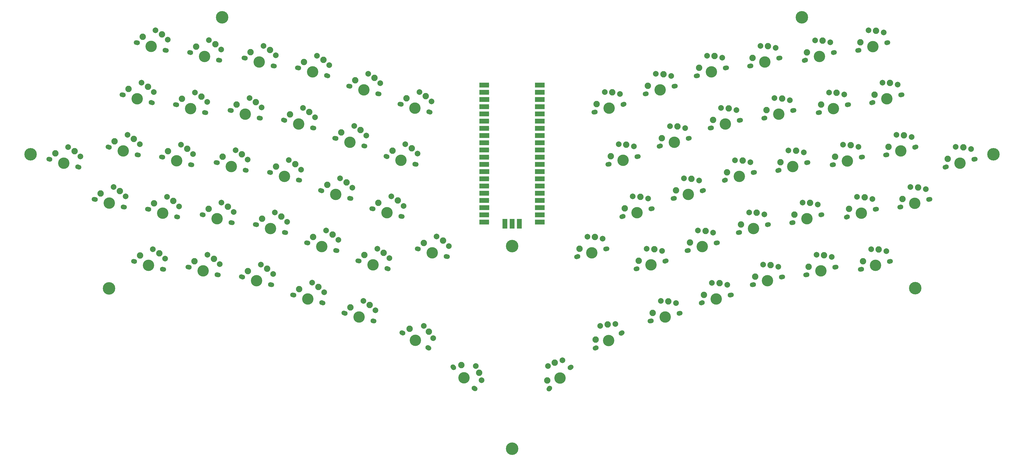
<source format=gts>
G04 #@! TF.GenerationSoftware,KiCad,Pcbnew,8.0.2*
G04 #@! TF.CreationDate,2024-05-23T23:16:29+01:00*
G04 #@! TF.ProjectId,Phoenixia3,50686f65-6e69-4786-9961-332e6b696361,1*
G04 #@! TF.SameCoordinates,Original*
G04 #@! TF.FileFunction,Soldermask,Top*
G04 #@! TF.FilePolarity,Negative*
%FSLAX46Y46*%
G04 Gerber Fmt 4.6, Leading zero omitted, Abs format (unit mm)*
G04 Created by KiCad (PCBNEW 8.0.2) date 2024-05-23 23:16:29*
%MOMM*%
%LPD*%
G01*
G04 APERTURE LIST*
G04 Aperture macros list*
%AMHorizOval*
0 Thick line with rounded ends*
0 $1 width*
0 $2 $3 position (X,Y) of the first rounded end (center of the circle)*
0 $4 $5 position (X,Y) of the second rounded end (center of the circle)*
0 Add line between two ends*
20,1,$1,$2,$3,$4,$5,0*
0 Add two circle primitives to create the rounded ends*
1,1,$1,$2,$3*
1,1,$1,$4,$5*%
G04 Aperture macros list end*
%ADD10C,1.700000*%
%ADD11C,1.750000*%
%ADD12C,4.000000*%
%ADD13C,2.250000*%
%ADD14C,2.000000*%
%ADD15HorizOval,2.250000X0.000000X0.000000X0.000000X0.000000X0*%
%ADD16HorizOval,2.250000X0.000000X0.000000X0.000000X0.000000X0*%
%ADD17C,4.400000*%
%ADD18HorizOval,2.250000X0.000000X0.000000X0.000000X0.000000X0*%
%ADD19HorizOval,2.250000X0.000000X0.000000X0.000000X0.000000X0*%
%ADD20O,1.700000X1.700000*%
%ADD21R,3.500000X1.700000*%
%ADD22R,1.700000X1.700000*%
%ADD23R,1.700000X3.500000*%
%ADD24HorizOval,2.250000X0.000000X0.000000X0.000000X0.000000X0*%
%ADD25HorizOval,2.250000X0.000000X0.000000X0.000000X0.000000X0*%
G04 APERTURE END LIST*
D10*
X221665266Y-188306836D03*
D11*
X222070957Y-188198132D03*
D12*
X226977856Y-186883332D03*
D11*
X231884763Y-185568530D03*
D10*
X232290444Y-185459828D03*
D13*
X228116509Y-181319028D03*
D14*
X230823973Y-181918721D03*
D15*
X222640281Y-185415982D03*
D14*
X225450827Y-181184370D03*
D10*
X70677792Y-171475402D03*
D11*
X71083482Y-171584107D03*
D12*
X75990382Y-172898906D03*
D11*
X80897289Y-174213708D03*
D10*
X81302969Y-174322411D03*
D13*
X79758636Y-168649404D03*
D14*
X81803523Y-170522485D03*
D16*
X72967606Y-169459354D03*
D14*
X77517417Y-167199945D03*
D10*
X316530931Y-174324361D03*
D11*
X316936622Y-174215657D03*
D12*
X321843521Y-172900857D03*
D11*
X326750428Y-171586055D03*
D10*
X327156109Y-171477353D03*
D13*
X322982174Y-167336553D03*
D14*
X325689638Y-167936246D03*
D15*
X317505946Y-171433507D03*
D14*
X320316492Y-167201895D03*
D10*
X232674780Y-155758612D03*
D11*
X233080471Y-155649908D03*
D12*
X237987370Y-154335108D03*
D11*
X242894277Y-153020306D03*
D10*
X243299958Y-152911604D03*
D13*
X239126023Y-148770804D03*
D14*
X241833487Y-149370497D03*
D15*
X233649795Y-152867758D03*
D14*
X236460341Y-148636146D03*
D10*
X306669920Y-137522591D03*
D11*
X307075611Y-137413887D03*
D12*
X311982510Y-136099087D03*
D11*
X316889417Y-134784285D03*
D10*
X317295098Y-134675583D03*
D13*
X313121163Y-130534783D03*
D14*
X315828627Y-131134476D03*
D15*
X307644935Y-134631737D03*
D14*
X310455481Y-130400125D03*
D10*
X302271665Y-194711604D03*
D11*
X302677356Y-194602900D03*
D12*
X307584255Y-193288100D03*
D11*
X312491162Y-191973298D03*
D10*
X312896843Y-191864596D03*
D13*
X308722908Y-187723796D03*
D14*
X311430372Y-188323489D03*
D15*
X303246680Y-191820750D03*
D14*
X306057226Y-187589138D03*
D10*
X75608297Y-153074506D03*
D11*
X76013987Y-153183211D03*
D12*
X80920887Y-154498010D03*
D11*
X85827794Y-155812812D03*
D10*
X86233474Y-155921515D03*
D13*
X84689141Y-150248508D03*
D14*
X86734028Y-152121589D03*
D16*
X77898111Y-151058458D03*
D14*
X82447922Y-148799049D03*
D10*
X61749354Y-131193263D03*
D11*
X62155043Y-131301968D03*
D12*
X67061944Y-132616767D03*
D11*
X71968851Y-133931569D03*
D10*
X72374534Y-134040272D03*
D13*
X70830198Y-128367265D03*
D14*
X72875084Y-130240346D03*
D16*
X64039168Y-129177217D03*
D14*
X68588979Y-126917806D03*
D10*
X94816906Y-155039626D03*
D11*
X95222596Y-155148331D03*
D12*
X100129496Y-156463130D03*
D11*
X105036403Y-157777932D03*
D10*
X105442083Y-157886635D03*
D13*
X103897750Y-152213628D03*
D14*
X105942637Y-154086709D03*
D16*
X97106720Y-153023578D03*
D14*
X101656531Y-150764169D03*
D10*
X66689276Y-112781748D03*
D11*
X67094965Y-112890453D03*
D12*
X72001866Y-114205252D03*
D11*
X76908773Y-115520054D03*
D10*
X77314456Y-115628757D03*
D13*
X75770120Y-109955750D03*
D14*
X77815006Y-111828831D03*
D16*
X68979090Y-110765703D03*
D14*
X73528901Y-108506291D03*
D10*
X320528875Y-115641340D03*
D11*
X320934566Y-115532636D03*
D12*
X325841465Y-114217836D03*
D11*
X330748372Y-112903034D03*
D10*
X331154055Y-112794330D03*
D13*
X326980118Y-108653532D03*
D14*
X329687582Y-109253225D03*
D15*
X321503890Y-112750486D03*
D14*
X324314436Y-108518874D03*
D10*
X103732388Y-195321067D03*
D11*
X104138078Y-195429772D03*
D12*
X109044978Y-196744571D03*
D11*
X113951885Y-198059373D03*
D10*
X114357565Y-198168076D03*
D13*
X112813232Y-192495069D03*
D14*
X114858119Y-194368150D03*
D16*
X106022202Y-193305019D03*
D14*
X110572013Y-191045610D03*
D10*
X131609260Y-164911253D03*
D11*
X132014950Y-165019958D03*
D12*
X136921850Y-166334757D03*
D11*
X141828757Y-167649559D03*
D10*
X142234437Y-167758262D03*
D13*
X140690104Y-162085255D03*
D14*
X142734991Y-163958336D03*
D16*
X133899074Y-162895205D03*
D14*
X138448885Y-160635796D03*
D10*
X227744280Y-137357735D03*
D11*
X228149971Y-137249031D03*
D12*
X233056870Y-135934231D03*
D11*
X237963777Y-134619429D03*
D10*
X238369460Y-134510725D03*
D13*
X234195523Y-130369927D03*
D14*
X236902987Y-130969620D03*
D15*
X228719295Y-134466881D03*
D14*
X231529841Y-130235269D03*
D10*
X301736579Y-119135615D03*
D11*
X302142270Y-119026911D03*
D12*
X307049169Y-117712111D03*
D11*
X311956076Y-116397309D03*
D10*
X312361759Y-116288605D03*
D13*
X308187822Y-112147807D03*
D14*
X310895286Y-112747500D03*
D15*
X302711594Y-116244761D03*
D14*
X305522140Y-112013149D03*
D17*
X57148552Y-199385917D03*
D10*
X325459380Y-134042227D03*
D11*
X325865071Y-133933523D03*
D12*
X330771970Y-132618723D03*
D11*
X335678877Y-131303921D03*
D10*
X336084558Y-131195219D03*
D13*
X331910623Y-127054419D03*
D14*
X334618087Y-127654112D03*
D15*
X326434395Y-131151373D03*
D14*
X329244941Y-126919761D03*
D10*
X126688173Y-183301510D03*
D11*
X127093863Y-183410215D03*
D12*
X132000763Y-184725014D03*
D11*
X136907670Y-186039816D03*
D10*
X137313350Y-186148519D03*
D13*
X135769017Y-180475512D03*
D14*
X137813904Y-182348593D03*
D16*
X128977987Y-181285462D03*
D14*
X133527798Y-179026053D03*
D10*
X178114834Y-227061220D03*
D11*
X178411820Y-227358206D03*
D12*
X182003920Y-230950306D03*
D11*
X185596025Y-234542411D03*
D10*
X185893004Y-234839392D03*
D13*
X187392075Y-229154256D03*
D14*
X188226460Y-231798834D03*
D18*
X181105895Y-226460180D03*
D14*
X186175852Y-226778378D03*
D10*
X265469893Y-204572618D03*
D11*
X265875584Y-204463914D03*
D12*
X270782483Y-203149114D03*
D11*
X275689390Y-201834312D03*
D10*
X276095071Y-201725610D03*
D13*
X271921136Y-197584810D03*
D14*
X274628600Y-198184503D03*
D15*
X266444908Y-201681764D03*
D14*
X269255454Y-197450152D03*
D10*
X351254307Y-156720759D03*
D11*
X351659998Y-156612055D03*
D12*
X356566897Y-155297255D03*
D11*
X361473804Y-153982453D03*
D10*
X361879485Y-153873751D03*
D13*
X357705550Y-149732951D03*
D14*
X360413014Y-150332644D03*
D15*
X352229322Y-153829905D03*
D14*
X355039868Y-149598293D03*
D10*
X149625127Y-171303197D03*
D11*
X150030817Y-171411902D03*
D12*
X154937717Y-172726701D03*
D11*
X159844624Y-174041503D03*
D10*
X160250304Y-174150206D03*
D13*
X158705971Y-168477199D03*
D14*
X160750858Y-170350280D03*
D16*
X151914941Y-169287149D03*
D14*
X156464752Y-167027740D03*
D10*
X250678382Y-149369957D03*
D11*
X251084073Y-149261253D03*
D12*
X255990972Y-147946453D03*
D11*
X260897879Y-146631651D03*
D10*
X261303560Y-146522949D03*
D13*
X257129625Y-142382149D03*
D14*
X259837089Y-142981842D03*
D15*
X251653397Y-146479103D03*
D14*
X254463943Y-142247491D03*
D10*
X260542239Y-186157819D03*
D11*
X260947930Y-186049115D03*
D12*
X265854829Y-184734315D03*
D11*
X270761736Y-183419513D03*
D10*
X271167417Y-183310811D03*
D13*
X266993482Y-179170011D03*
D14*
X269700946Y-179769704D03*
D15*
X261517254Y-183266965D03*
D14*
X264327800Y-179035353D03*
D10*
X237605282Y-174159503D03*
D11*
X238010973Y-174050799D03*
D12*
X242917872Y-172735999D03*
D11*
X247824779Y-171421197D03*
D10*
X248230460Y-171312495D03*
D13*
X244056525Y-167171695D03*
D14*
X246763989Y-167771388D03*
D15*
X238580297Y-171268649D03*
D14*
X241390843Y-167037037D03*
D10*
X136549182Y-146499741D03*
D11*
X136954872Y-146608446D03*
D12*
X141861772Y-147923245D03*
D11*
X146768679Y-149238047D03*
D10*
X147174359Y-149346750D03*
D13*
X145630026Y-143673743D03*
D14*
X147674913Y-145546824D03*
D16*
X138838996Y-144483693D03*
D14*
X143388807Y-142224284D03*
D10*
X165569278Y-185438682D03*
D11*
X165974968Y-185547387D03*
D12*
X170881868Y-186862186D03*
D11*
X175788775Y-188176988D03*
D10*
X176194455Y-188285691D03*
D13*
X174650122Y-182612684D03*
D14*
X176695009Y-184485765D03*
D16*
X167859092Y-183422634D03*
D14*
X172408903Y-181163225D03*
D10*
X154555633Y-152902316D03*
D11*
X154961323Y-153011021D03*
D12*
X159868223Y-154325820D03*
D11*
X164775130Y-155640622D03*
D10*
X165180810Y-155749325D03*
D13*
X163636477Y-150076318D03*
D14*
X165681364Y-151949399D03*
D16*
X156845447Y-150886268D03*
D14*
X161395258Y-148626859D03*
D10*
X278545835Y-179769152D03*
D11*
X278951526Y-179660448D03*
D12*
X283858425Y-178345648D03*
D11*
X288765332Y-177030846D03*
D10*
X289171013Y-176922144D03*
D13*
X284997078Y-172781344D03*
D14*
X287704542Y-173381037D03*
D15*
X279520850Y-176878298D03*
D14*
X282331396Y-172646686D03*
D10*
X283473494Y-198183953D03*
D11*
X283879185Y-198075249D03*
D12*
X288786084Y-196760449D03*
D11*
X293692991Y-195445647D03*
D10*
X294098672Y-195336945D03*
D13*
X289924737Y-191196145D03*
D14*
X292632201Y-191795838D03*
D15*
X284448509Y-195293099D03*
D14*
X287259055Y-191061487D03*
D10*
X160180914Y-215007624D03*
D11*
X160544646Y-215217625D03*
D12*
X164944052Y-217757623D03*
D11*
X169343464Y-220297625D03*
D10*
X169707187Y-220507622D03*
D13*
X169683758Y-214628215D03*
D14*
X171174178Y-216966728D03*
D19*
X162914496Y-213652920D03*
D14*
X167894054Y-212648075D03*
D10*
X242532947Y-192574305D03*
D11*
X242938638Y-192465601D03*
D12*
X247845537Y-191150801D03*
D11*
X252752444Y-189835999D03*
D10*
X253158125Y-189727297D03*
D13*
X248984190Y-185586497D03*
D14*
X251691654Y-186186190D03*
D15*
X243507962Y-189683451D03*
D14*
X246318508Y-185451839D03*
D10*
X139764124Y-208104974D03*
D11*
X140169814Y-208213679D03*
D12*
X145076714Y-209528478D03*
D11*
X149983621Y-210843280D03*
D10*
X150389301Y-210951983D03*
D13*
X148844968Y-205278976D03*
D14*
X150889855Y-207152057D03*
D16*
X142053938Y-206088926D03*
D14*
X146603749Y-203829517D03*
D10*
X268684835Y-142967383D03*
D11*
X269090526Y-142858679D03*
D12*
X273997425Y-141543879D03*
D11*
X278904332Y-140229077D03*
D10*
X279310013Y-140120375D03*
D13*
X275136078Y-135979575D03*
D14*
X277843542Y-136579268D03*
D15*
X269659850Y-140076529D03*
D14*
X272470396Y-135844917D03*
D10*
X99737994Y-136649356D03*
D11*
X100143684Y-136758061D03*
D12*
X105050584Y-138072860D03*
D11*
X109957491Y-139387662D03*
D10*
X110363171Y-139496365D03*
D13*
X108818838Y-133823358D03*
D14*
X110863725Y-135696439D03*
D16*
X102027808Y-134633308D03*
D14*
X106577619Y-132373899D03*
D10*
X141479686Y-128098857D03*
D11*
X141885376Y-128207562D03*
D12*
X146792276Y-129522361D03*
D11*
X151699183Y-130837163D03*
D10*
X152104867Y-130945863D03*
D13*
X150560530Y-125272859D03*
D14*
X152605416Y-127145940D03*
D16*
X143769500Y-126082811D03*
D14*
X148319311Y-123823400D03*
D10*
X65747291Y-189876281D03*
D11*
X66152981Y-189984986D03*
D12*
X71059881Y-191299785D03*
D11*
X75966788Y-192614587D03*
D10*
X76372468Y-192723290D03*
D13*
X74828135Y-187050283D03*
D14*
X76873022Y-188923364D03*
D16*
X68037105Y-187860233D03*
D14*
X72586916Y-185600824D03*
D10*
X335320388Y-170844005D03*
D11*
X335726079Y-170735301D03*
D12*
X340632978Y-169420501D03*
D11*
X345539885Y-168105699D03*
D10*
X345945566Y-167996997D03*
D13*
X341771631Y-163856197D03*
D14*
X344479095Y-164455890D03*
D15*
X336295403Y-167953151D03*
D14*
X339105949Y-163721539D03*
D17*
X198948552Y-255885917D03*
D10*
X311597579Y-155937384D03*
D11*
X312003270Y-155828680D03*
D12*
X316910169Y-154513880D03*
D11*
X321817076Y-153199078D03*
D10*
X322222757Y-153090376D03*
D13*
X318048822Y-148949576D03*
D14*
X320756286Y-149549269D03*
D15*
X312572594Y-153046530D03*
D14*
X315383140Y-148814918D03*
D10*
X108662889Y-176920188D03*
D11*
X109068579Y-177028893D03*
D12*
X113975479Y-178343692D03*
D11*
X118882386Y-179658494D03*
D10*
X119288066Y-179767197D03*
D13*
X117743733Y-174094190D03*
D14*
X119788620Y-175967271D03*
D16*
X110952703Y-174904140D03*
D14*
X115502514Y-172644731D03*
D10*
X104668490Y-118248475D03*
D11*
X105074180Y-118357180D03*
D12*
X109981080Y-119671979D03*
D11*
X114887987Y-120986781D03*
D10*
X115293671Y-121095481D03*
D13*
X113749334Y-115422477D03*
D14*
X115794220Y-117295558D03*
D16*
X106958304Y-116232429D03*
D14*
X111508115Y-113973018D03*
D10*
X330389879Y-152443119D03*
D11*
X330795570Y-152334415D03*
D12*
X335702469Y-151019615D03*
D11*
X340609376Y-149704813D03*
D10*
X341015057Y-149596111D03*
D13*
X336841122Y-145455311D03*
D14*
X339548586Y-146055004D03*
D15*
X331364894Y-149552265D03*
D14*
X334175440Y-145320653D03*
D10*
X121748257Y-201713025D03*
D11*
X122153947Y-201821730D03*
D12*
X127060847Y-203136529D03*
D11*
X131967754Y-204451331D03*
D10*
X132373434Y-204560034D03*
D13*
X130829101Y-198887027D03*
D14*
X132873988Y-200760108D03*
D16*
X124038071Y-199696977D03*
D14*
X128587882Y-197437568D03*
D10*
X245750727Y-130955156D03*
D11*
X246156418Y-130846452D03*
D12*
X251063317Y-129531652D03*
D11*
X255970224Y-128216850D03*
D10*
X256375907Y-128108146D03*
D13*
X252201970Y-123967348D03*
D14*
X254909434Y-124567041D03*
D15*
X246725742Y-128064302D03*
D14*
X249536288Y-123832690D03*
D10*
X321461441Y-192725249D03*
D11*
X321867132Y-192616545D03*
D12*
X326774031Y-191301745D03*
D11*
X331680938Y-189986943D03*
D10*
X332086619Y-189878241D03*
D13*
X327912684Y-185737441D03*
D14*
X330620148Y-186337134D03*
D15*
X322436456Y-189834395D03*
D14*
X325247002Y-185602783D03*
D17*
X96973552Y-103910917D03*
D10*
X118533322Y-140107790D03*
D11*
X118939012Y-140216495D03*
D12*
X123845912Y-141531294D03*
D11*
X128752819Y-142846096D03*
D10*
X129158499Y-142954799D03*
D13*
X127614166Y-137281792D03*
D14*
X129659053Y-139154873D03*
D16*
X120823136Y-138091742D03*
D14*
X125372947Y-135832333D03*
D20*
X190036779Y-127763219D03*
D21*
X189136779Y-127763219D03*
D20*
X190036780Y-130303218D03*
D21*
X189136780Y-130303218D03*
D22*
X190036781Y-132843219D03*
D21*
X189136781Y-132843219D03*
D20*
X190036778Y-135383218D03*
D21*
X189136778Y-135383218D03*
D20*
X190036779Y-137923217D03*
D21*
X189136779Y-137923217D03*
D20*
X190036779Y-140463220D03*
D21*
X189136779Y-140463220D03*
D20*
X190036778Y-143003219D03*
D21*
X189136778Y-143003219D03*
D22*
X190036778Y-145543221D03*
D21*
X189136778Y-145543221D03*
D20*
X190036779Y-148083219D03*
D21*
X189136779Y-148083219D03*
D20*
X190036780Y-150623219D03*
D21*
X189136780Y-150623219D03*
D20*
X190036780Y-153163219D03*
D21*
X189136780Y-153163219D03*
D20*
X190036779Y-155703219D03*
D21*
X189136779Y-155703219D03*
D22*
X190036780Y-158243218D03*
D21*
X189136780Y-158243218D03*
D20*
X190036779Y-160783220D03*
D21*
X189136779Y-160783220D03*
D20*
X190036780Y-163323220D03*
D21*
X189136780Y-163323220D03*
D20*
X190036778Y-165863219D03*
D21*
X189136778Y-165863219D03*
D20*
X190036779Y-168403219D03*
D21*
X189136779Y-168403219D03*
D22*
X190036779Y-170943218D03*
D21*
X189136779Y-170943218D03*
D20*
X190036780Y-173483219D03*
D21*
X189136780Y-173483219D03*
D20*
X190036779Y-176023219D03*
D21*
X189136779Y-176023219D03*
D20*
X207816779Y-176023219D03*
D21*
X208716779Y-176023219D03*
D20*
X207816778Y-173483220D03*
D21*
X208716778Y-173483220D03*
D22*
X207816777Y-170943219D03*
D21*
X208716777Y-170943219D03*
D20*
X207816780Y-168403220D03*
D21*
X208716780Y-168403220D03*
D20*
X207816779Y-165863221D03*
D21*
X208716779Y-165863221D03*
D20*
X207816779Y-163323218D03*
D21*
X208716779Y-163323218D03*
D20*
X207816780Y-160783219D03*
D21*
X208716780Y-160783219D03*
D22*
X207816780Y-158243217D03*
D21*
X208716780Y-158243217D03*
D20*
X207816779Y-155703219D03*
D21*
X208716779Y-155703219D03*
D20*
X207816778Y-153163219D03*
D21*
X208716778Y-153163219D03*
D20*
X207816778Y-150623219D03*
D21*
X208716778Y-150623219D03*
D20*
X207816779Y-148083219D03*
D21*
X208716779Y-148083219D03*
D22*
X207816778Y-145543220D03*
D21*
X208716778Y-145543220D03*
D20*
X207816779Y-143003218D03*
D21*
X208716779Y-143003218D03*
D20*
X207816778Y-140463218D03*
D21*
X208716778Y-140463218D03*
D20*
X207816780Y-137923219D03*
D21*
X208716780Y-137923219D03*
D20*
X207816779Y-135383219D03*
D21*
X208716779Y-135383219D03*
D22*
X207816779Y-132843220D03*
D21*
X208716779Y-132843220D03*
D20*
X207816778Y-130303219D03*
D21*
X208716778Y-130303219D03*
D20*
X207816779Y-127763219D03*
D21*
X208716779Y-127763219D03*
D20*
X196386777Y-175793220D03*
D23*
X196386777Y-176693220D03*
D22*
X198926779Y-175793219D03*
D23*
X198926779Y-176693219D03*
D20*
X201466777Y-175793220D03*
D23*
X201466777Y-176693220D03*
D10*
X282552506Y-121094154D03*
D11*
X282958197Y-120985450D03*
D12*
X287865096Y-119670650D03*
D11*
X292772003Y-118355848D03*
D10*
X293177686Y-118247144D03*
D13*
X289003749Y-114106346D03*
D14*
X291711213Y-114706039D03*
D15*
X283527521Y-118203300D03*
D14*
X286338067Y-113971688D03*
D10*
X84946481Y-191852022D03*
D11*
X85352171Y-191960727D03*
D12*
X90259071Y-193275526D03*
D11*
X95165978Y-194590328D03*
D10*
X95571658Y-194699031D03*
D13*
X94027325Y-189026024D03*
D14*
X96072212Y-190899105D03*
D16*
X87236295Y-189835974D03*
D14*
X91786106Y-187576565D03*
D17*
X29571572Y-152189104D03*
D10*
X292410661Y-157909838D03*
D11*
X292816352Y-157801134D03*
D12*
X297723251Y-156486334D03*
D11*
X302630158Y-155171532D03*
D10*
X303035839Y-155062830D03*
D13*
X298861904Y-150922030D03*
D14*
X301569368Y-151521723D03*
D15*
X293385676Y-155018984D03*
D14*
X296196222Y-150787372D03*
D10*
X113593400Y-158519300D03*
D11*
X113999090Y-158628005D03*
D12*
X118905990Y-159942804D03*
D11*
X123812897Y-161257606D03*
D10*
X124218577Y-161366309D03*
D13*
X122674244Y-155693302D03*
D14*
X124719131Y-157566383D03*
D16*
X115883214Y-156503252D03*
D14*
X120433025Y-154243843D03*
D10*
X35948647Y-153879256D03*
D11*
X36354337Y-153987961D03*
D12*
X41261237Y-155302760D03*
D11*
X46168144Y-156617562D03*
D10*
X46573824Y-156726265D03*
D13*
X45029491Y-151053258D03*
D14*
X47074378Y-152926339D03*
D16*
X38238461Y-151863208D03*
D14*
X42788272Y-149603799D03*
D10*
X56818851Y-149594150D03*
D11*
X57224541Y-149702855D03*
D12*
X62131441Y-151017654D03*
D11*
X67038348Y-152332456D03*
D10*
X67444028Y-152441159D03*
D13*
X65899695Y-146768152D03*
D14*
X67944582Y-148641233D03*
D16*
X59108665Y-147578102D03*
D14*
X63658476Y-145318693D03*
D10*
X51897769Y-167984411D03*
D11*
X52303459Y-168093116D03*
D12*
X57210359Y-169407915D03*
D11*
X62117266Y-170722717D03*
D10*
X62522946Y-170831420D03*
D13*
X60978613Y-165158413D03*
D14*
X63023500Y-167031494D03*
D16*
X54187583Y-165968363D03*
D14*
X58737394Y-163708954D03*
D10*
X247466292Y-210961276D03*
D11*
X247871983Y-210852572D03*
D12*
X252778882Y-209537772D03*
D11*
X257685789Y-208222970D03*
D10*
X258091470Y-208114268D03*
D13*
X253917535Y-203973468D03*
D14*
X256624999Y-204573161D03*
D15*
X248441307Y-208070422D03*
D14*
X251251853Y-203838810D03*
D10*
X89876978Y-173451134D03*
D11*
X90282668Y-173559839D03*
D12*
X95189568Y-174874638D03*
D11*
X100096475Y-176189440D03*
D10*
X100502155Y-176298143D03*
D13*
X98957822Y-170625136D03*
D14*
X101002709Y-172498217D03*
D16*
X92166792Y-171435086D03*
D14*
X96716603Y-169175677D03*
D10*
X144694631Y-189704086D03*
D11*
X145100321Y-189812791D03*
D12*
X150007221Y-191127590D03*
D11*
X154914128Y-192442392D03*
D10*
X155319808Y-192551095D03*
D13*
X153775475Y-186878088D03*
D14*
X155820362Y-188751169D03*
D16*
X146984445Y-187688038D03*
D14*
X151534256Y-185428629D03*
D10*
X297344007Y-176296817D03*
D11*
X297749698Y-176188113D03*
D12*
X302656597Y-174873313D03*
D11*
X307563504Y-173558511D03*
D10*
X307969185Y-173449809D03*
D13*
X303795250Y-169309009D03*
D14*
X306502714Y-169908702D03*
D15*
X298319022Y-173405963D03*
D14*
X301129568Y-169174351D03*
D10*
X255608892Y-167770844D03*
D11*
X256014583Y-167662140D03*
D12*
X260921482Y-166347340D03*
D11*
X265828389Y-165032538D03*
D10*
X266234070Y-164923836D03*
D13*
X262060135Y-160783036D03*
D14*
X264767599Y-161382729D03*
D15*
X256583907Y-164879990D03*
D14*
X259394453Y-160648378D03*
D10*
X287483008Y-139495047D03*
D11*
X287888699Y-139386343D03*
D12*
X292795598Y-138071543D03*
D11*
X297702505Y-136756741D03*
D10*
X298108186Y-136648039D03*
D13*
X293934251Y-132507239D03*
D14*
X296641715Y-133106932D03*
D15*
X288458023Y-136604193D03*
D14*
X291268569Y-132372581D03*
D10*
X80538804Y-134673622D03*
D11*
X80944494Y-134782327D03*
D12*
X85851394Y-136097126D03*
D11*
X90758301Y-137411928D03*
D10*
X91163981Y-137520631D03*
D13*
X89619648Y-131847624D03*
D14*
X91664535Y-133720705D03*
D16*
X82828618Y-132657574D03*
D14*
X87378429Y-130398165D03*
D17*
X198923552Y-184510917D03*
D10*
X159486135Y-134501426D03*
D11*
X159891825Y-134610131D03*
D12*
X164798725Y-135924930D03*
D11*
X169705632Y-137239732D03*
D10*
X170111316Y-137348432D03*
D13*
X168566979Y-131675428D03*
D14*
X170611865Y-133548509D03*
D16*
X161775949Y-132485380D03*
D14*
X166325760Y-130225969D03*
D10*
X85478726Y-116262113D03*
D11*
X85884416Y-116370818D03*
D12*
X90791316Y-117685617D03*
D11*
X95698223Y-119000419D03*
D10*
X96103907Y-119109119D03*
D13*
X94559570Y-113436115D03*
D14*
X96604456Y-115309196D03*
D16*
X87768540Y-114246067D03*
D14*
X92318351Y-111986656D03*
D10*
X263754324Y-124566495D03*
D11*
X264160015Y-124457791D03*
D12*
X269066914Y-123142991D03*
D11*
X273973821Y-121828189D03*
D10*
X274379504Y-121719485D03*
D13*
X270205567Y-117578687D03*
D14*
X272913031Y-118178380D03*
D15*
X264729339Y-121675641D03*
D14*
X267539885Y-117444029D03*
D10*
X211888165Y-234868916D03*
D11*
X212185151Y-234571930D03*
D12*
X215777251Y-230979830D03*
D11*
X219369356Y-227387725D03*
D10*
X219666337Y-227090746D03*
D13*
X213981201Y-225591675D03*
D14*
X216625779Y-224757290D03*
D24*
X211287125Y-231877855D03*
D14*
X211605323Y-226807898D03*
D10*
X273612487Y-161382181D03*
D11*
X274018178Y-161273477D03*
D12*
X278925077Y-159958677D03*
D11*
X283831984Y-158643875D03*
D10*
X284237665Y-158535173D03*
D13*
X280063730Y-154394373D03*
D14*
X282771194Y-154994066D03*
D15*
X274587502Y-158491327D03*
D14*
X277398048Y-154259715D03*
D10*
X228133492Y-220522170D03*
D11*
X228497224Y-220312169D03*
D12*
X232896630Y-217772171D03*
D11*
X237296042Y-215232169D03*
D10*
X237659766Y-215022173D03*
D13*
X232556336Y-212102761D03*
D14*
X235326758Y-211981277D03*
D25*
X228327076Y-217477467D03*
D14*
X229946633Y-212662621D03*
D10*
X123463826Y-121706903D03*
D11*
X123869516Y-121815608D03*
D12*
X128776416Y-123130407D03*
D11*
X133683323Y-124445209D03*
D10*
X134089007Y-124553909D03*
D13*
X132544670Y-118880905D03*
D14*
X134589556Y-120753986D03*
D16*
X125753640Y-119690857D03*
D14*
X130303451Y-117431446D03*
D17*
X368318758Y-152176802D03*
X300916778Y-103898615D03*
X340741778Y-199373615D03*
M02*

</source>
